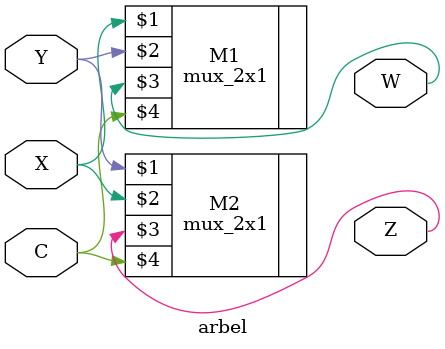
<source format=v>
module arbel(X,Y,C,W,Z);
(*keep=1*)input X,Y,C;
(*keep=1*)output W,Z;
//wire W1,Z1;
mux_2x1 M1(X,Y,W,C);
mux_2x1 M2(Y,X,Z,C);
//assign W=W1;
//assign Z=Z1;
endmodule

</source>
